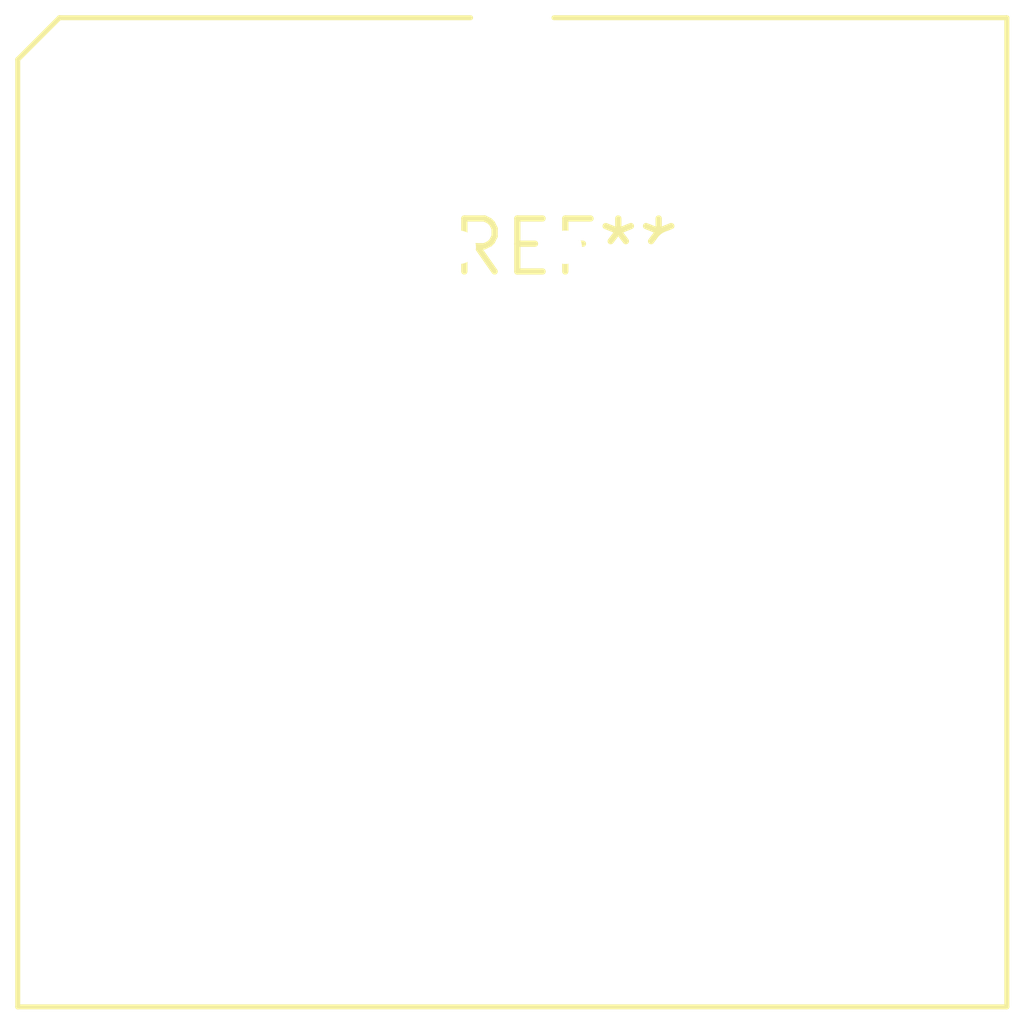
<source format=kicad_pcb>
(kicad_pcb (version 20240108) (generator pcbnew)
  (layers (0 "F.Cu" signal) (31 "B.Cu" signal) (34 "B.Paste" user) (35 "F.Paste" user) (36 "B.SilkS" user "B.Silkscreen") (37 "F.SilkS" user "F.Silkscreen") (38 "B.Mask" user) (39 "F.Mask" user) (44 "Edge.Cuts" user))
  (net 0 "")
  (footprint "PLCC-44_THT-Socket" (layer "F.Cu") (at 0 0)
    (property "Reference" "REF**")
    (property "Value" "PLCC-44_THT-Socket")
    (fp_line (start -13.12 -4.5) (end -13.12 18.2) (layer "F.SilkS") (stroke (width 0.12)))
    (fp_line (start -13.12 18.2) (end 10.58 18.2) (layer "F.SilkS") (stroke (width 0.12)))
    (fp_line (start -12.12 -5.5) (end -13.12 -4.5) (layer "F.SilkS") (stroke (width 0.12)))
    (fp_line (start -2.27 -5.5) (end -12.12 -5.5) (layer "F.SilkS") (stroke (width 0.12)))
    (fp_line (start 10.58 -5.5) (end -0.27 -5.5) (layer "F.SilkS") (stroke (width 0.12)))
    (fp_line (start 10.58 18.2) (end 10.58 -5.5) (layer "F.SilkS") (stroke (width 0.12)))
    (pad "1" thru_hole rect (at 0 0) (size 1.4224 1.4224) (drill 0.8) (layers *.Cu *.Mask) (remove_unused_layers))
    (pad "2" thru_hole circle (at -2.54 -2.54) (size 1.4224 1.4224) (drill 0.8) (layers *.Cu *.Mask) (remove_unused_layers))
    (pad "3" thru_hole circle (at -2.54 0) (size 1.4224 1.4224) (drill 0.8) (layers *.Cu *.Mask) (remove_unused_layers))
    (pad "4" thru_hole circle (at -5.08 -2.54) (size 1.4224 1.4224) (drill 0.8) (layers *.Cu *.Mask) (remove_unused_layers))
    (pad "5" thru_hole circle (at -5.08 0) (size 1.4224 1.4224) (drill 0.8) (layers *.Cu *.Mask) (remove_unused_layers))
    (pad "6" thru_hole circle (at -7.62 -2.54) (size 1.4224 1.4224) (drill 0.8) (layers *.Cu *.Mask) (remove_unused_layers))
    (pad "7" thru_hole circle (at -10.16 0) (size 1.4224 1.4224) (drill 0.8) (layers *.Cu *.Mask) (remove_unused_layers))
    (pad "8" thru_hole circle (at -7.62 0) (size 1.4224 1.4224) (drill 0.8) (layers *.Cu *.Mask) (remove_unused_layers))
    (pad "9" thru_hole circle (at -10.16 2.54) (size 1.4224 1.4224) (drill 0.8) (layers *.Cu *.Mask) (remove_unused_layers))
    (pad "10" thru_hole circle (at -7.62 2.54) (size 1.4224 1.4224) (drill 0.8) (layers *.Cu *.Mask) (remove_unused_layers))
    (pad "11" thru_hole circle (at -10.16 5.08) (size 1.4224 1.4224) (drill 0.8) (layers *.Cu *.Mask) (remove_unused_layers))
    (pad "12" thru_hole circle (at -7.62 5.08) (size 1.4224 1.4224) (drill 0.8) (layers *.Cu *.Mask) (remove_unused_layers))
    (pad "13" thru_hole circle (at -10.16 7.62) (size 1.4224 1.4224) (drill 0.8) (layers *.Cu *.Mask) (remove_unused_layers))
    (pad "14" thru_hole circle (at -7.62 7.62) (size 1.4224 1.4224) (drill 0.8) (layers *.Cu *.Mask) (remove_unused_layers))
    (pad "15" thru_hole circle (at -10.16 10.16) (size 1.4224 1.4224) (drill 0.8) (layers *.Cu *.Mask) (remove_unused_layers))
    (pad "16" thru_hole circle (at -7.62 10.16) (size 1.4224 1.4224) (drill 0.8) (layers *.Cu *.Mask) (remove_unused_layers))
    (pad "17" thru_hole circle (at -10.16 12.7) (size 1.4224 1.4224) (drill 0.8) (layers *.Cu *.Mask) (remove_unused_layers))
    (pad "18" thru_hole circle (at -7.62 15.24) (size 1.4224 1.4224) (drill 0.8) (layers *.Cu *.Mask) (remove_unused_layers))
    (pad "19" thru_hole circle (at -7.62 12.7) (size 1.4224 1.4224) (drill 0.8) (layers *.Cu *.Mask) (remove_unused_layers))
    (pad "20" thru_hole circle (at -5.08 15.24) (size 1.4224 1.4224) (drill 0.8) (layers *.Cu *.Mask) (remove_unused_layers))
    (pad "21" thru_hole circle (at -5.08 12.7) (size 1.4224 1.4224) (drill 0.8) (layers *.Cu *.Mask) (remove_unused_layers))
    (pad "22" thru_hole circle (at -2.54 15.24) (size 1.4224 1.4224) (drill 0.8) (layers *.Cu *.Mask) (remove_unused_layers))
    (pad "23" thru_hole circle (at -2.54 12.7) (size 1.4224 1.4224) (drill 0.8) (layers *.Cu *.Mask) (remove_unused_layers))
    (pad "24" thru_hole circle (at 0 15.24) (size 1.4224 1.4224) (drill 0.8) (layers *.Cu *.Mask) (remove_unused_layers))
    (pad "25" thru_hole circle (at 0 12.7) (size 1.4224 1.4224) (drill 0.8) (layers *.Cu *.Mask) (remove_unused_layers))
    (pad "26" thru_hole circle (at 2.54 15.24) (size 1.4224 1.4224) (drill 0.8) (layers *.Cu *.Mask) (remove_unused_layers))
    (pad "27" thru_hole circle (at 2.54 12.7) (size 1.4224 1.4224) (drill 0.8) (layers *.Cu *.Mask) (remove_unused_layers))
    (pad "28" thru_hole circle (at 5.08 15.24) (size 1.4224 1.4224) (drill 0.8) (layers *.Cu *.Mask) (remove_unused_layers))
    (pad "29" thru_hole circle (at 7.62 12.7) (size 1.4224 1.4224) (drill 0.8) (layers *.Cu *.Mask) (remove_unused_layers))
    (pad "30" thru_hole circle (at 5.08 12.7) (size 1.4224 1.4224) (drill 0.8) (layers *.Cu *.Mask) (remove_unused_layers))
    (pad "31" thru_hole circle (at 7.62 10.16) (size 1.4224 1.4224) (drill 0.8) (layers *.Cu *.Mask) (remove_unused_layers))
    (pad "32" thru_hole circle (at 5.08 10.16) (size 1.4224 1.4224) (drill 0.8) (layers *.Cu *.Mask) (remove_unused_layers))
    (pad "33" thru_hole circle (at 7.62 7.62) (size 1.4224 1.4224) (drill 0.8) (layers *.Cu *.Mask) (remove_unused_layers))
    (pad "34" thru_hole circle (at 5.08 7.62) (size 1.4224 1.4224) (drill 0.8) (layers *.Cu *.Mask) (remove_unused_layers))
    (pad "35" thru_hole circle (at 7.62 5.08) (size 1.4224 1.4224) (drill 0.8) (layers *.Cu *.Mask) (remove_unused_layers))
    (pad "36" thru_hole circle (at 5.08 5.08) (size 1.4224 1.4224) (drill 0.8) (layers *.Cu *.Mask) (remove_unused_layers))
    (pad "37" thru_hole circle (at 7.62 2.54) (size 1.4224 1.4224) (drill 0.8) (layers *.Cu *.Mask) (remove_unused_layers))
    (pad "38" thru_hole circle (at 5.08 2.54) (size 1.4224 1.4224) (drill 0.8) (layers *.Cu *.Mask) (remove_unused_layers))
    (pad "39" thru_hole circle (at 7.62 0) (size 1.4224 1.4224) (drill 0.8) (layers *.Cu *.Mask) (remove_unused_layers))
    (pad "40" thru_hole circle (at 5.08 -2.54) (size 1.4224 1.4224) (drill 0.8) (layers *.Cu *.Mask) (remove_unused_layers))
    (pad "41" thru_hole circle (at 5.08 0) (size 1.4224 1.4224) (drill 0.8) (layers *.Cu *.Mask) (remove_unused_layers))
    (pad "42" thru_hole circle (at 2.54 -2.54) (size 1.4224 1.4224) (drill 0.8) (layers *.Cu *.Mask) (remove_unused_layers))
    (pad "43" thru_hole circle (at 2.54 0) (size 1.4224 1.4224) (drill 0.8) (layers *.Cu *.Mask) (remove_unused_layers))
    (pad "44" thru_hole circle (at 0 -2.54) (size 1.4224 1.4224) (drill 0.8) (layers *.Cu *.Mask) (remove_unused_layers))
  )
)
</source>
